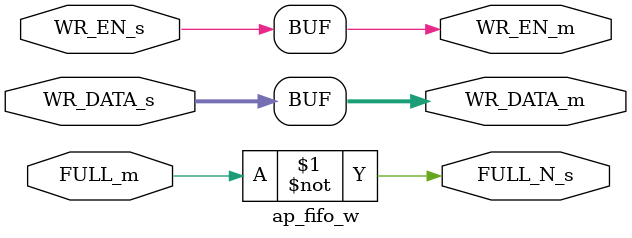
<source format=v>
module ap_fifo_w#(
    parameter WIDTH = 32
)(
    input [WIDTH-1:0]   WR_DATA_s,
    output              FULL_N_s,
    input               WR_EN_s,
    output [WIDTH-1:0]  WR_DATA_m,
    input               FULL_m,
    output              WR_EN_m
);
    assign WR_DATA_m = WR_DATA_s;
    assign FULL_N_s = ~FULL_m;
    assign WR_EN_m = WR_EN_s;
endmodule
</source>
